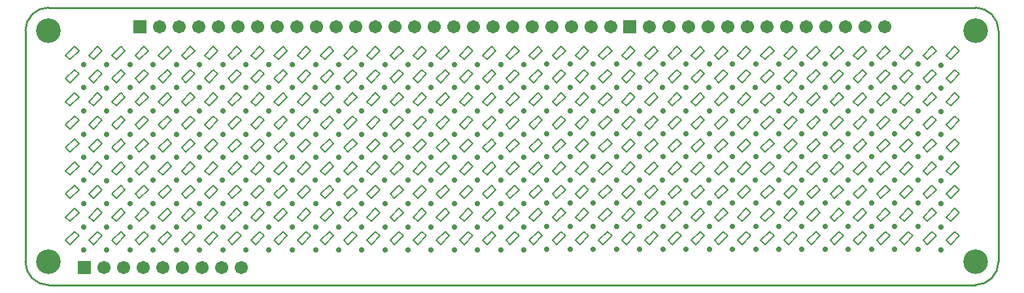
<source format=gbs>
G04*
G04 #@! TF.GenerationSoftware,Altium Limited,Altium Designer,18.1.9 (240)*
G04*
G04 Layer_Color=16711935*
%FSLAX44Y44*%
%MOMM*%
G71*
G01*
G75*
%ADD11C,0.1270*%
%ADD12C,0.2540*%
%ADD15R,1.7032X1.7032*%
%ADD16C,1.7032*%
%ADD17C,0.7032*%
%ADD18C,3.2032*%
D11*
X1567903Y772496D02*
X1579216Y783810D01*
X1562246Y778153D02*
X1573560Y789467D01*
X1562246Y778153D02*
X1567903Y772496D01*
X1573560Y789467D02*
X1579216Y783810D01*
X1537903Y772496D02*
X1549217Y783810D01*
X1532246Y778153D02*
X1543560Y789467D01*
X1532246Y778153D02*
X1537903Y772496D01*
X1543560Y789467D02*
X1549217Y783810D01*
X1507903Y772496D02*
X1519216Y783810D01*
X1502246Y778153D02*
X1513560Y789467D01*
X1502246Y778153D02*
X1507903Y772496D01*
X1513560Y789467D02*
X1519216Y783810D01*
X1477903Y772496D02*
X1489217Y783810D01*
X1472246Y778153D02*
X1483560Y789467D01*
X1472246Y778153D02*
X1477903Y772496D01*
X1483560Y789467D02*
X1489217Y783810D01*
X1447903Y772496D02*
X1459217Y783810D01*
X1442246Y778153D02*
X1453560Y789467D01*
X1442246Y778153D02*
X1447903Y772496D01*
X1453560Y789467D02*
X1459217Y783810D01*
X1417903Y772496D02*
X1429216Y783810D01*
X1412246Y778153D02*
X1423560Y789467D01*
X1412246Y778153D02*
X1417903Y772496D01*
X1423560Y789467D02*
X1429216Y783810D01*
X1387903Y772496D02*
X1399217Y783810D01*
X1382246Y778153D02*
X1393560Y789467D01*
X1382246Y778153D02*
X1387903Y772496D01*
X1393560Y789467D02*
X1399217Y783810D01*
X1357903Y772496D02*
X1369216Y783810D01*
X1352246Y778153D02*
X1363560Y789467D01*
X1352246Y778153D02*
X1357903Y772496D01*
X1363560Y789467D02*
X1369216Y783810D01*
X1327903Y772496D02*
X1339217Y783810D01*
X1322246Y778153D02*
X1333560Y789467D01*
X1322246Y778153D02*
X1327903Y772496D01*
X1333560Y789467D02*
X1339217Y783810D01*
X1297903Y772496D02*
X1309217Y783810D01*
X1292246Y778153D02*
X1303560Y789467D01*
X1292246Y778153D02*
X1297903Y772496D01*
X1303560Y789467D02*
X1309217Y783810D01*
X1267903Y772496D02*
X1279217Y783810D01*
X1262246Y778153D02*
X1273560Y789467D01*
X1262246Y778153D02*
X1267903Y772496D01*
X1273560Y789467D02*
X1279217Y783810D01*
X1237903Y772496D02*
X1249217Y783810D01*
X1232246Y778153D02*
X1243560Y789467D01*
X1232246Y778153D02*
X1237903Y772496D01*
X1243560Y789467D02*
X1249217Y783810D01*
X1207903Y772496D02*
X1219217Y783810D01*
X1202246Y778153D02*
X1213560Y789467D01*
X1202246Y778153D02*
X1207903Y772496D01*
X1213560Y789467D02*
X1219217Y783810D01*
X1177903Y772496D02*
X1189217Y783810D01*
X1172246Y778153D02*
X1183560Y789467D01*
X1172246Y778153D02*
X1177903Y772496D01*
X1183560Y789467D02*
X1189217Y783810D01*
X1147903Y772496D02*
X1159217Y783810D01*
X1142246Y778153D02*
X1153560Y789467D01*
X1142246Y778153D02*
X1147903Y772496D01*
X1153560Y789467D02*
X1159217Y783810D01*
X1117903Y772496D02*
X1129217Y783810D01*
X1112246Y778153D02*
X1123560Y789467D01*
X1112246Y778153D02*
X1117903Y772496D01*
X1123560Y789467D02*
X1129217Y783810D01*
X1087903Y772496D02*
X1099217Y783810D01*
X1082246Y778153D02*
X1093560Y789467D01*
X1082246Y778153D02*
X1087903Y772496D01*
X1093560Y789467D02*
X1099217Y783810D01*
X1057903Y772496D02*
X1069217Y783810D01*
X1052246Y778153D02*
X1063560Y789467D01*
X1052246Y778153D02*
X1057903Y772496D01*
X1063560Y789467D02*
X1069217Y783810D01*
X1027903Y772496D02*
X1039217Y783810D01*
X1022246Y778153D02*
X1033560Y789467D01*
X1022246Y778153D02*
X1027903Y772496D01*
X1033560Y789467D02*
X1039217Y783810D01*
X997903Y772496D02*
X1009217Y783810D01*
X992246Y778153D02*
X1003560Y789467D01*
X992246Y778153D02*
X997903Y772496D01*
X1003560Y789467D02*
X1009217Y783810D01*
X967903Y772496D02*
X979217Y783810D01*
X962246Y778153D02*
X973560Y789467D01*
X962246Y778153D02*
X967903Y772496D01*
X973560Y789467D02*
X979217Y783810D01*
X937903Y772496D02*
X949217Y783810D01*
X932246Y778153D02*
X943560Y789467D01*
X932246Y778153D02*
X937903Y772496D01*
X943560Y789467D02*
X949217Y783810D01*
X907903Y772496D02*
X919217Y783810D01*
X902246Y778153D02*
X913560Y789467D01*
X902246Y778153D02*
X907903Y772496D01*
X913560Y789467D02*
X919217Y783810D01*
X877903Y772496D02*
X889217Y783810D01*
X872246Y778153D02*
X883560Y789467D01*
X872246Y778153D02*
X877903Y772496D01*
X883560Y789467D02*
X889217Y783810D01*
X847903Y772496D02*
X859217Y783810D01*
X842246Y778153D02*
X853560Y789467D01*
X842246Y778153D02*
X847903Y772496D01*
X853560Y789467D02*
X859217Y783810D01*
X817903Y772496D02*
X829217Y783810D01*
X812246Y778153D02*
X823560Y789467D01*
X812246Y778153D02*
X817903Y772496D01*
X823560Y789467D02*
X829217Y783810D01*
X787903Y772496D02*
X799217Y783810D01*
X782246Y778153D02*
X793560Y789467D01*
X782246Y778153D02*
X787903Y772496D01*
X793560Y789467D02*
X799217Y783810D01*
X757903Y772496D02*
X769217Y783810D01*
X752246Y778153D02*
X763560Y789467D01*
X752246Y778153D02*
X757903Y772496D01*
X763560Y789467D02*
X769217Y783810D01*
X727903Y772496D02*
X739217Y783810D01*
X722246Y778153D02*
X733560Y789467D01*
X722246Y778153D02*
X727903Y772496D01*
X733560Y789467D02*
X739217Y783810D01*
X697903Y772496D02*
X709217Y783810D01*
X692246Y778153D02*
X703560Y789467D01*
X692246Y778153D02*
X697903Y772496D01*
X703560Y789467D02*
X709217Y783810D01*
X667903Y772496D02*
X679217Y783810D01*
X662246Y778153D02*
X673560Y789467D01*
X662246Y778153D02*
X667903Y772496D01*
X673560Y789467D02*
X679217Y783810D01*
X637903Y772496D02*
X649217Y783810D01*
X632246Y778153D02*
X643560Y789467D01*
X632246Y778153D02*
X637903Y772496D01*
X643560Y789467D02*
X649217Y783810D01*
X607903Y772496D02*
X619217Y783810D01*
X602246Y778153D02*
X613560Y789467D01*
X602246Y778153D02*
X607903Y772496D01*
X613560Y789467D02*
X619217Y783810D01*
X577903Y772496D02*
X589217Y783810D01*
X572246Y778153D02*
X583560Y789467D01*
X572246Y778153D02*
X577903Y772496D01*
X583560Y789467D02*
X589217Y783810D01*
X547903Y772496D02*
X559217Y783810D01*
X542246Y778153D02*
X553560Y789467D01*
X542246Y778153D02*
X547903Y772496D01*
X553560Y789467D02*
X559217Y783810D01*
X517903Y772496D02*
X529217Y783810D01*
X512246Y778153D02*
X523560Y789467D01*
X512246Y778153D02*
X517903Y772496D01*
X523560Y789467D02*
X529217Y783810D01*
X487903Y772496D02*
X499217Y783810D01*
X482246Y778153D02*
X493560Y789467D01*
X482246Y778153D02*
X487903Y772496D01*
X493560Y789467D02*
X499217Y783810D01*
X457903Y772496D02*
X469217Y783810D01*
X452246Y778153D02*
X463560Y789467D01*
X452246Y778153D02*
X457903Y772496D01*
X463560Y789467D02*
X469217Y783810D01*
X427903Y772496D02*
X439217Y783810D01*
X422246Y778153D02*
X433560Y789467D01*
X422246Y778153D02*
X427903Y772496D01*
X433560Y789467D02*
X439217Y783810D01*
X1567903Y802496D02*
X1579216Y813810D01*
X1562246Y808153D02*
X1573560Y819467D01*
X1562246Y808153D02*
X1567903Y802496D01*
X1573560Y819467D02*
X1579216Y813810D01*
X1537903Y802496D02*
X1549217Y813810D01*
X1532246Y808153D02*
X1543560Y819467D01*
X1532246Y808153D02*
X1537903Y802496D01*
X1543560Y819467D02*
X1549217Y813810D01*
X1507903Y802496D02*
X1519216Y813810D01*
X1502246Y808153D02*
X1513560Y819467D01*
X1502246Y808153D02*
X1507903Y802496D01*
X1513560Y819467D02*
X1519216Y813810D01*
X1477903Y802496D02*
X1489217Y813810D01*
X1472246Y808153D02*
X1483560Y819467D01*
X1472246Y808153D02*
X1477903Y802496D01*
X1483560Y819467D02*
X1489217Y813810D01*
X1447903Y802496D02*
X1459217Y813810D01*
X1442246Y808153D02*
X1453560Y819467D01*
X1442246Y808153D02*
X1447903Y802496D01*
X1453560Y819467D02*
X1459217Y813810D01*
X1417903Y802496D02*
X1429216Y813810D01*
X1412246Y808153D02*
X1423560Y819467D01*
X1412246Y808153D02*
X1417903Y802496D01*
X1423560Y819467D02*
X1429216Y813810D01*
X1387903Y802496D02*
X1399217Y813810D01*
X1382246Y808153D02*
X1393560Y819467D01*
X1382246Y808153D02*
X1387903Y802496D01*
X1393560Y819467D02*
X1399217Y813810D01*
X1357903Y802496D02*
X1369216Y813810D01*
X1352246Y808153D02*
X1363560Y819467D01*
X1352246Y808153D02*
X1357903Y802496D01*
X1363560Y819467D02*
X1369216Y813810D01*
X1327903Y802496D02*
X1339217Y813810D01*
X1322246Y808153D02*
X1333560Y819467D01*
X1322246Y808153D02*
X1327903Y802496D01*
X1333560Y819467D02*
X1339217Y813810D01*
X1297903Y802496D02*
X1309217Y813810D01*
X1292246Y808153D02*
X1303560Y819467D01*
X1292246Y808153D02*
X1297903Y802496D01*
X1303560Y819467D02*
X1309217Y813810D01*
X1267903Y802496D02*
X1279217Y813810D01*
X1262246Y808153D02*
X1273560Y819467D01*
X1262246Y808153D02*
X1267903Y802496D01*
X1273560Y819467D02*
X1279217Y813810D01*
X1237903Y802496D02*
X1249217Y813810D01*
X1232246Y808153D02*
X1243560Y819467D01*
X1232246Y808153D02*
X1237903Y802496D01*
X1243560Y819467D02*
X1249217Y813810D01*
X1207903Y802496D02*
X1219217Y813810D01*
X1202246Y808153D02*
X1213560Y819467D01*
X1202246Y808153D02*
X1207903Y802496D01*
X1213560Y819467D02*
X1219217Y813810D01*
X1177903Y802496D02*
X1189217Y813810D01*
X1172246Y808153D02*
X1183560Y819467D01*
X1172246Y808153D02*
X1177903Y802496D01*
X1183560Y819467D02*
X1189217Y813810D01*
X1147903Y802496D02*
X1159217Y813810D01*
X1142246Y808153D02*
X1153560Y819467D01*
X1142246Y808153D02*
X1147903Y802496D01*
X1153560Y819467D02*
X1159217Y813810D01*
X1117903Y802496D02*
X1129217Y813810D01*
X1112246Y808153D02*
X1123560Y819467D01*
X1112246Y808153D02*
X1117903Y802496D01*
X1123560Y819467D02*
X1129217Y813810D01*
X1087903Y802496D02*
X1099217Y813810D01*
X1082246Y808153D02*
X1093560Y819467D01*
X1082246Y808153D02*
X1087903Y802496D01*
X1093560Y819467D02*
X1099217Y813810D01*
X1057903Y802496D02*
X1069217Y813810D01*
X1052246Y808153D02*
X1063560Y819467D01*
X1052246Y808153D02*
X1057903Y802496D01*
X1063560Y819467D02*
X1069217Y813810D01*
X1027903Y802496D02*
X1039217Y813810D01*
X1022246Y808153D02*
X1033560Y819467D01*
X1022246Y808153D02*
X1027903Y802496D01*
X1033560Y819467D02*
X1039217Y813810D01*
X997903Y802496D02*
X1009217Y813810D01*
X992246Y808153D02*
X1003560Y819467D01*
X992246Y808153D02*
X997903Y802496D01*
X1003560Y819467D02*
X1009217Y813810D01*
X967903Y802496D02*
X979217Y813810D01*
X962246Y808153D02*
X973560Y819467D01*
X962246Y808153D02*
X967903Y802496D01*
X973560Y819467D02*
X979217Y813810D01*
X937903Y802496D02*
X949217Y813810D01*
X932246Y808153D02*
X943560Y819467D01*
X932246Y808153D02*
X937903Y802496D01*
X943560Y819467D02*
X949217Y813810D01*
X907903Y802496D02*
X919217Y813810D01*
X902246Y808153D02*
X913560Y819467D01*
X902246Y808153D02*
X907903Y802496D01*
X913560Y819467D02*
X919217Y813810D01*
X877903Y802496D02*
X889217Y813810D01*
X872246Y808153D02*
X883560Y819467D01*
X872246Y808153D02*
X877903Y802496D01*
X883560Y819467D02*
X889217Y813810D01*
X847903Y802496D02*
X859217Y813810D01*
X842246Y808153D02*
X853560Y819467D01*
X842246Y808153D02*
X847903Y802496D01*
X853560Y819467D02*
X859217Y813810D01*
X817903Y802496D02*
X829217Y813810D01*
X812246Y808153D02*
X823560Y819467D01*
X812246Y808153D02*
X817903Y802496D01*
X823560Y819467D02*
X829217Y813810D01*
X787903Y802496D02*
X799217Y813810D01*
X782246Y808153D02*
X793560Y819467D01*
X782246Y808153D02*
X787903Y802496D01*
X793560Y819467D02*
X799217Y813810D01*
X757903Y802496D02*
X769217Y813810D01*
X752246Y808153D02*
X763560Y819467D01*
X752246Y808153D02*
X757903Y802496D01*
X763560Y819467D02*
X769217Y813810D01*
X727903Y802496D02*
X739217Y813810D01*
X722246Y808153D02*
X733560Y819467D01*
X722246Y808153D02*
X727903Y802496D01*
X733560Y819467D02*
X739217Y813810D01*
X697903Y802496D02*
X709217Y813810D01*
X692246Y808153D02*
X703560Y819467D01*
X692246Y808153D02*
X697903Y802496D01*
X703560Y819467D02*
X709217Y813810D01*
X667903Y802496D02*
X679217Y813810D01*
X662246Y808153D02*
X673560Y819467D01*
X662246Y808153D02*
X667903Y802496D01*
X673560Y819467D02*
X679217Y813810D01*
X637903Y802496D02*
X649217Y813810D01*
X632246Y808153D02*
X643560Y819467D01*
X632246Y808153D02*
X637903Y802496D01*
X643560Y819467D02*
X649217Y813810D01*
X607903Y802496D02*
X619217Y813810D01*
X602246Y808153D02*
X613560Y819467D01*
X602246Y808153D02*
X607903Y802496D01*
X613560Y819467D02*
X619217Y813810D01*
X577903Y802496D02*
X589217Y813810D01*
X572246Y808153D02*
X583560Y819467D01*
X572246Y808153D02*
X577903Y802496D01*
X583560Y819467D02*
X589217Y813810D01*
X547903Y802496D02*
X559217Y813810D01*
X542246Y808153D02*
X553560Y819467D01*
X542246Y808153D02*
X547903Y802496D01*
X553560Y819467D02*
X559217Y813810D01*
X517903Y802496D02*
X529217Y813810D01*
X512246Y808153D02*
X523560Y819467D01*
X512246Y808153D02*
X517903Y802496D01*
X523560Y819467D02*
X529217Y813810D01*
X487903Y802496D02*
X499217Y813810D01*
X482246Y808153D02*
X493560Y819467D01*
X482246Y808153D02*
X487903Y802496D01*
X493560Y819467D02*
X499217Y813810D01*
X457903Y802496D02*
X469217Y813810D01*
X452246Y808153D02*
X463560Y819467D01*
X452246Y808153D02*
X457903Y802496D01*
X463560Y819467D02*
X469217Y813810D01*
X427903Y802496D02*
X439217Y813810D01*
X422246Y808153D02*
X433560Y819467D01*
X422246Y808153D02*
X427903Y802496D01*
X433560Y819467D02*
X439217Y813810D01*
X1567903Y832496D02*
X1579216Y843810D01*
X1562246Y838153D02*
X1573560Y849467D01*
X1562246Y838153D02*
X1567903Y832496D01*
X1573560Y849467D02*
X1579216Y843810D01*
X1537903Y832496D02*
X1549217Y843810D01*
X1532246Y838153D02*
X1543560Y849467D01*
X1532246Y838153D02*
X1537903Y832496D01*
X1543560Y849467D02*
X1549217Y843810D01*
X1507903Y832496D02*
X1519216Y843810D01*
X1502246Y838153D02*
X1513560Y849467D01*
X1502246Y838153D02*
X1507903Y832496D01*
X1513560Y849467D02*
X1519216Y843810D01*
X1477903Y832496D02*
X1489217Y843810D01*
X1472246Y838153D02*
X1483560Y849467D01*
X1472246Y838153D02*
X1477903Y832496D01*
X1483560Y849467D02*
X1489217Y843810D01*
X1447903Y832496D02*
X1459217Y843810D01*
X1442246Y838153D02*
X1453560Y849467D01*
X1442246Y838153D02*
X1447903Y832496D01*
X1453560Y849467D02*
X1459217Y843810D01*
X1417903Y832496D02*
X1429216Y843810D01*
X1412246Y838153D02*
X1423560Y849467D01*
X1412246Y838153D02*
X1417903Y832496D01*
X1423560Y849467D02*
X1429216Y843810D01*
X1387903Y832496D02*
X1399217Y843810D01*
X1382246Y838153D02*
X1393560Y849467D01*
X1382246Y838153D02*
X1387903Y832496D01*
X1393560Y849467D02*
X1399217Y843810D01*
X1357903Y832496D02*
X1369216Y843810D01*
X1352246Y838153D02*
X1363560Y849467D01*
X1352246Y838153D02*
X1357903Y832496D01*
X1363560Y849467D02*
X1369216Y843810D01*
X1327903Y832496D02*
X1339217Y843810D01*
X1322246Y838153D02*
X1333560Y849467D01*
X1322246Y838153D02*
X1327903Y832496D01*
X1333560Y849467D02*
X1339217Y843810D01*
X1297903Y832496D02*
X1309217Y843810D01*
X1292246Y838153D02*
X1303560Y849467D01*
X1292246Y838153D02*
X1297903Y832496D01*
X1303560Y849467D02*
X1309217Y843810D01*
X1267903Y832496D02*
X1279217Y843810D01*
X1262246Y838153D02*
X1273560Y849467D01*
X1262246Y838153D02*
X1267903Y832496D01*
X1273560Y849467D02*
X1279217Y843810D01*
X1237903Y832496D02*
X1249217Y843810D01*
X1232246Y838153D02*
X1243560Y849467D01*
X1232246Y838153D02*
X1237903Y832496D01*
X1243560Y849467D02*
X1249217Y843810D01*
X1207903Y832496D02*
X1219217Y843810D01*
X1202246Y838153D02*
X1213560Y849467D01*
X1202246Y838153D02*
X1207903Y832496D01*
X1213560Y849467D02*
X1219217Y843810D01*
X1177903Y832496D02*
X1189217Y843810D01*
X1172246Y838153D02*
X1183560Y849467D01*
X1172246Y838153D02*
X1177903Y832496D01*
X1183560Y849467D02*
X1189217Y843810D01*
X1147903Y832496D02*
X1159217Y843810D01*
X1142246Y838153D02*
X1153560Y849467D01*
X1142246Y838153D02*
X1147903Y832496D01*
X1153560Y849467D02*
X1159217Y843810D01*
X1117903Y832496D02*
X1129217Y843810D01*
X1112246Y838153D02*
X1123560Y849467D01*
X1112246Y838153D02*
X1117903Y832496D01*
X1123560Y849467D02*
X1129217Y843810D01*
X1087903Y832496D02*
X1099217Y843810D01*
X1082246Y838153D02*
X1093560Y849467D01*
X1082246Y838153D02*
X1087903Y832496D01*
X1093560Y849467D02*
X1099217Y843810D01*
X1057903Y832496D02*
X1069217Y843810D01*
X1052246Y838153D02*
X1063560Y849467D01*
X1052246Y838153D02*
X1057903Y832496D01*
X1063560Y849467D02*
X1069217Y843810D01*
X1027903Y832496D02*
X1039217Y843810D01*
X1022246Y838153D02*
X1033560Y849467D01*
X1022246Y838153D02*
X1027903Y832496D01*
X1033560Y849467D02*
X1039217Y843810D01*
X997903Y832496D02*
X1009217Y843810D01*
X992246Y838153D02*
X1003560Y849467D01*
X992246Y838153D02*
X997903Y832496D01*
X1003560Y849467D02*
X1009217Y843810D01*
X967903Y832496D02*
X979217Y843810D01*
X962246Y838153D02*
X973560Y849467D01*
X962246Y838153D02*
X967903Y832496D01*
X973560Y849467D02*
X979217Y843810D01*
X937903Y832496D02*
X949217Y843810D01*
X932246Y838153D02*
X943560Y849467D01*
X932246Y838153D02*
X937903Y832496D01*
X943560Y849467D02*
X949217Y843810D01*
X907903Y832496D02*
X919217Y843810D01*
X902246Y838153D02*
X913560Y849467D01*
X902246Y838153D02*
X907903Y832496D01*
X913560Y849467D02*
X919217Y843810D01*
X877903Y832496D02*
X889217Y843810D01*
X872246Y838153D02*
X883560Y849467D01*
X872246Y838153D02*
X877903Y832496D01*
X883560Y849467D02*
X889217Y843810D01*
X847903Y832496D02*
X859217Y843810D01*
X842246Y838153D02*
X853560Y849467D01*
X842246Y838153D02*
X847903Y832496D01*
X853560Y849467D02*
X859217Y843810D01*
X817903Y832496D02*
X829217Y843810D01*
X812246Y838153D02*
X823560Y849467D01*
X812246Y838153D02*
X817903Y832496D01*
X823560Y849467D02*
X829217Y843810D01*
X787903Y832496D02*
X799217Y843810D01*
X782246Y838153D02*
X793560Y849467D01*
X782246Y838153D02*
X787903Y832496D01*
X793560Y849467D02*
X799217Y843810D01*
X757903Y832496D02*
X769217Y843810D01*
X752246Y838153D02*
X763560Y849467D01*
X752246Y838153D02*
X757903Y832496D01*
X763560Y849467D02*
X769217Y843810D01*
X727903Y832496D02*
X739217Y843810D01*
X722246Y838153D02*
X733560Y849467D01*
X722246Y838153D02*
X727903Y832496D01*
X733560Y849467D02*
X739217Y843810D01*
X697903Y832496D02*
X709217Y843810D01*
X692246Y838153D02*
X703560Y849467D01*
X692246Y838153D02*
X697903Y832496D01*
X703560Y849467D02*
X709217Y843810D01*
X667903Y832496D02*
X679217Y843810D01*
X662246Y838153D02*
X673560Y849467D01*
X662246Y838153D02*
X667903Y832496D01*
X673560Y849467D02*
X679217Y843810D01*
X637903Y832496D02*
X649217Y843810D01*
X632246Y838153D02*
X643560Y849467D01*
X632246Y838153D02*
X637903Y832496D01*
X643560Y849467D02*
X649217Y843810D01*
X607903Y832496D02*
X619217Y843810D01*
X602246Y838153D02*
X613560Y849467D01*
X602246Y838153D02*
X607903Y832496D01*
X613560Y849467D02*
X619217Y843810D01*
X577903Y832496D02*
X589217Y843810D01*
X572246Y838153D02*
X583560Y849467D01*
X572246Y838153D02*
X577903Y832496D01*
X583560Y849467D02*
X589217Y843810D01*
X547903Y832496D02*
X559217Y843810D01*
X542246Y838153D02*
X553560Y849467D01*
X542246Y838153D02*
X547903Y832496D01*
X553560Y849467D02*
X559217Y843810D01*
X517903Y832496D02*
X529217Y843810D01*
X512246Y838153D02*
X523560Y849467D01*
X512246Y838153D02*
X517903Y832496D01*
X523560Y849467D02*
X529217Y843810D01*
X487903Y832496D02*
X499217Y843810D01*
X482246Y838153D02*
X493560Y849467D01*
X482246Y838153D02*
X487903Y832496D01*
X493560Y849467D02*
X499217Y843810D01*
X457903Y832496D02*
X469217Y843810D01*
X452246Y838153D02*
X463560Y849467D01*
X452246Y838153D02*
X457903Y832496D01*
X463560Y849467D02*
X469217Y843810D01*
X427903Y832496D02*
X439217Y843810D01*
X422246Y838153D02*
X433560Y849467D01*
X422246Y838153D02*
X427903Y832496D01*
X433560Y849467D02*
X439217Y843810D01*
X1567903Y862496D02*
X1579216Y873810D01*
X1562246Y868153D02*
X1573560Y879467D01*
X1562246Y868153D02*
X1567903Y862496D01*
X1573560Y879467D02*
X1579216Y873810D01*
X1537903Y862496D02*
X1549217Y873810D01*
X1532246Y868153D02*
X1543560Y879467D01*
X1532246Y868153D02*
X1537903Y862496D01*
X1543560Y879467D02*
X1549217Y873810D01*
X1507903Y862496D02*
X1519216Y873810D01*
X1502246Y868153D02*
X1513560Y879467D01*
X1502246Y868153D02*
X1507903Y862496D01*
X1513560Y879467D02*
X1519216Y873810D01*
X1477903Y862496D02*
X1489217Y873810D01*
X1472246Y868153D02*
X1483560Y879467D01*
X1472246Y868153D02*
X1477903Y862496D01*
X1483560Y879467D02*
X1489217Y873810D01*
X1447903Y862496D02*
X1459217Y873810D01*
X1442246Y868153D02*
X1453560Y879467D01*
X1442246Y868153D02*
X1447903Y862496D01*
X1453560Y879467D02*
X1459217Y873810D01*
X1417903Y862496D02*
X1429216Y873810D01*
X1412246Y868153D02*
X1423560Y879467D01*
X1412246Y868153D02*
X1417903Y862496D01*
X1423560Y879467D02*
X1429216Y873810D01*
X1387903Y862496D02*
X1399217Y873810D01*
X1382246Y868153D02*
X1393560Y879467D01*
X1382246Y868153D02*
X1387903Y862496D01*
X1393560Y879467D02*
X1399217Y873810D01*
X1357903Y862496D02*
X1369216Y873810D01*
X1352246Y868153D02*
X1363560Y879467D01*
X1352246Y868153D02*
X1357903Y862496D01*
X1363560Y879467D02*
X1369216Y873810D01*
X1327903Y862496D02*
X1339217Y873810D01*
X1322246Y868153D02*
X1333560Y879467D01*
X1322246Y868153D02*
X1327903Y862496D01*
X1333560Y879467D02*
X1339217Y873810D01*
X1297903Y862496D02*
X1309217Y873810D01*
X1292246Y868153D02*
X1303560Y879467D01*
X1292246Y868153D02*
X1297903Y862496D01*
X1303560Y879467D02*
X1309217Y873810D01*
X1267903Y862496D02*
X1279217Y873810D01*
X1262246Y868153D02*
X1273560Y879467D01*
X1262246Y868153D02*
X1267903Y862496D01*
X1273560Y879467D02*
X1279217Y873810D01*
X1237903Y862496D02*
X1249217Y873810D01*
X1232246Y868153D02*
X1243560Y879467D01*
X1232246Y868153D02*
X1237903Y862496D01*
X1243560Y879467D02*
X1249217Y873810D01*
X1207903Y862496D02*
X1219217Y873810D01*
X1202246Y868153D02*
X1213560Y879467D01*
X1202246Y868153D02*
X1207903Y862496D01*
X1213560Y879467D02*
X1219217Y873810D01*
X1177903Y862496D02*
X1189217Y873810D01*
X1172246Y868153D02*
X1183560Y879467D01*
X1172246Y868153D02*
X1177903Y862496D01*
X1183560Y879467D02*
X1189217Y873810D01*
X1147903Y862496D02*
X1159217Y873810D01*
X1142246Y868153D02*
X1153560Y879467D01*
X1142246Y868153D02*
X1147903Y862496D01*
X1153560Y879467D02*
X1159217Y873810D01*
X1117903Y862496D02*
X1129217Y873810D01*
X1112246Y868153D02*
X1123560Y879467D01*
X1112246Y868153D02*
X1117903Y862496D01*
X1123560Y879467D02*
X1129217Y873810D01*
X1087903Y862496D02*
X1099217Y873810D01*
X1082246Y868153D02*
X1093560Y879467D01*
X1082246Y868153D02*
X1087903Y862496D01*
X1093560Y879467D02*
X1099217Y873810D01*
X1057903Y862496D02*
X1069217Y873810D01*
X1052246Y868153D02*
X1063560Y879467D01*
X1052246Y868153D02*
X1057903Y862496D01*
X1063560Y879467D02*
X1069217Y873810D01*
X1027903Y862496D02*
X1039217Y873810D01*
X1022246Y868153D02*
X1033560Y879467D01*
X1022246Y868153D02*
X1027903Y862496D01*
X1033560Y879467D02*
X1039217Y873810D01*
X997903Y862496D02*
X1009217Y873810D01*
X992246Y868153D02*
X1003560Y879467D01*
X992246Y868153D02*
X997903Y862496D01*
X1003560Y879467D02*
X1009217Y873810D01*
X967903Y862496D02*
X979217Y873810D01*
X962246Y868153D02*
X973560Y879467D01*
X962246Y868153D02*
X967903Y862496D01*
X973560Y879467D02*
X979217Y873810D01*
X937903Y862496D02*
X949217Y873810D01*
X932246Y868153D02*
X943560Y879467D01*
X932246Y868153D02*
X937903Y862496D01*
X943560Y879467D02*
X949217Y873810D01*
X907903Y862496D02*
X919217Y873810D01*
X902246Y868153D02*
X913560Y879467D01*
X902246Y868153D02*
X907903Y862496D01*
X913560Y879467D02*
X919217Y873810D01*
X877903Y862496D02*
X889217Y873810D01*
X872246Y868153D02*
X883560Y879467D01*
X872246Y868153D02*
X877903Y862496D01*
X883560Y879467D02*
X889217Y873810D01*
X847903Y862496D02*
X859217Y873810D01*
X842246Y868153D02*
X853560Y879467D01*
X842246Y868153D02*
X847903Y862496D01*
X853560Y879467D02*
X859217Y873810D01*
X817903Y862496D02*
X829217Y873810D01*
X812246Y868153D02*
X823560Y879467D01*
X812246Y868153D02*
X817903Y862496D01*
X823560Y879467D02*
X829217Y873810D01*
X787903Y862496D02*
X799217Y873810D01*
X782246Y868153D02*
X793560Y879467D01*
X782246Y868153D02*
X787903Y862496D01*
X793560Y879467D02*
X799217Y873810D01*
X757903Y862496D02*
X769217Y873810D01*
X752246Y868153D02*
X763560Y879467D01*
X752246Y868153D02*
X757903Y862496D01*
X763560Y879467D02*
X769217Y873810D01*
X727903Y862496D02*
X739217Y873810D01*
X722246Y868153D02*
X733560Y879467D01*
X722246Y868153D02*
X727903Y862496D01*
X733560Y879467D02*
X739217Y873810D01*
X697903Y862496D02*
X709217Y873810D01*
X692246Y868153D02*
X703560Y879467D01*
X692246Y868153D02*
X697903Y862496D01*
X703560Y879467D02*
X709217Y873810D01*
X667903Y862496D02*
X679217Y873810D01*
X662246Y868153D02*
X673560Y879467D01*
X662246Y868153D02*
X667903Y862496D01*
X673560Y879467D02*
X679217Y873810D01*
X637903Y862496D02*
X649217Y873810D01*
X632246Y868153D02*
X643560Y879467D01*
X632246Y868153D02*
X637903Y862496D01*
X643560Y879467D02*
X649217Y873810D01*
X607903Y862496D02*
X619217Y873810D01*
X602246Y868153D02*
X613560Y879467D01*
X602246Y868153D02*
X607903Y862496D01*
X613560Y879467D02*
X619217Y873810D01*
X577903Y862496D02*
X589217Y873810D01*
X572246Y868153D02*
X583560Y879467D01*
X572246Y868153D02*
X577903Y862496D01*
X583560Y879467D02*
X589217Y873810D01*
X547903Y862496D02*
X559217Y873810D01*
X542246Y868153D02*
X553560Y879467D01*
X542246Y868153D02*
X547903Y862496D01*
X553560Y879467D02*
X559217Y873810D01*
X517903Y862496D02*
X529217Y873810D01*
X512246Y868153D02*
X523560Y879467D01*
X512246Y868153D02*
X517903Y862496D01*
X523560Y879467D02*
X529217Y873810D01*
X487903Y862496D02*
X499217Y873810D01*
X482246Y868153D02*
X493560Y879467D01*
X482246Y868153D02*
X487903Y862496D01*
X493560Y879467D02*
X499217Y873810D01*
X457903Y862496D02*
X469217Y873810D01*
X452246Y868153D02*
X463560Y879467D01*
X452246Y868153D02*
X457903Y862496D01*
X463560Y879467D02*
X469217Y873810D01*
X427903Y862496D02*
X439217Y873810D01*
X422246Y868153D02*
X433560Y879467D01*
X422246Y868153D02*
X427903Y862496D01*
X433560Y879467D02*
X439217Y873810D01*
X1567903Y892496D02*
X1579216Y903810D01*
X1562246Y898153D02*
X1573560Y909467D01*
X1562246Y898153D02*
X1567903Y892496D01*
X1573560Y909467D02*
X1579216Y903810D01*
X1537903Y892496D02*
X1549217Y903810D01*
X1532246Y898153D02*
X1543560Y909467D01*
X1532246Y898153D02*
X1537903Y892496D01*
X1543560Y909467D02*
X1549217Y903810D01*
X1507903Y892496D02*
X1519216Y903810D01*
X1502246Y898153D02*
X1513560Y909467D01*
X1502246Y898153D02*
X1507903Y892496D01*
X1513560Y909467D02*
X1519216Y903810D01*
X1477903Y892496D02*
X1489217Y903810D01*
X1472246Y898153D02*
X1483560Y909467D01*
X1472246Y898153D02*
X1477903Y892496D01*
X1483560Y909467D02*
X1489217Y903810D01*
X1447903Y892496D02*
X1459217Y903810D01*
X1442246Y898153D02*
X1453560Y909467D01*
X1442246Y898153D02*
X1447903Y892496D01*
X1453560Y909467D02*
X1459217Y903810D01*
X1417903Y892496D02*
X1429216Y903810D01*
X1412246Y898153D02*
X1423560Y909467D01*
X1412246Y898153D02*
X1417903Y892496D01*
X1423560Y909467D02*
X1429216Y903810D01*
X1387903Y892496D02*
X1399217Y903810D01*
X1382246Y898153D02*
X1393560Y909467D01*
X1382246Y898153D02*
X1387903Y892496D01*
X1393560Y909467D02*
X1399217Y903810D01*
X1357903Y892496D02*
X1369216Y903810D01*
X1352246Y898153D02*
X1363560Y909467D01*
X1352246Y898153D02*
X1357903Y892496D01*
X1363560Y909467D02*
X1369216Y903810D01*
X1327903Y892496D02*
X1339217Y903810D01*
X1322246Y898153D02*
X1333560Y909467D01*
X1322246Y898153D02*
X1327903Y892496D01*
X1333560Y909467D02*
X1339217Y903810D01*
X1297903Y892496D02*
X1309217Y903810D01*
X1292246Y898153D02*
X1303560Y909467D01*
X1292246Y898153D02*
X1297903Y892496D01*
X1303560Y909467D02*
X1309217Y903810D01*
X1267903Y892496D02*
X1279217Y903810D01*
X1262246Y898153D02*
X1273560Y909467D01*
X1262246Y898153D02*
X1267903Y892496D01*
X1273560Y909467D02*
X1279217Y903810D01*
X1237903Y892496D02*
X1249217Y903810D01*
X1232246Y898153D02*
X1243560Y909467D01*
X1232246Y898153D02*
X1237903Y892496D01*
X1243560Y909467D02*
X1249217Y903810D01*
X1207903Y892496D02*
X1219217Y903810D01*
X1202246Y898153D02*
X1213560Y909467D01*
X1202246Y898153D02*
X1207903Y892496D01*
X1213560Y909467D02*
X1219217Y903810D01*
X1177903Y892496D02*
X1189217Y903810D01*
X1172246Y898153D02*
X1183560Y909467D01*
X1172246Y898153D02*
X1177903Y892496D01*
X1183560Y909467D02*
X1189217Y903810D01*
X1147903Y892496D02*
X1159217Y903810D01*
X1142246Y898153D02*
X1153560Y909467D01*
X1142246Y898153D02*
X1147903Y892496D01*
X1153560Y909467D02*
X1159217Y903810D01*
X1117903Y892496D02*
X1129217Y903810D01*
X1112246Y898153D02*
X1123560Y909467D01*
X1112246Y898153D02*
X1117903Y892496D01*
X1123560Y909467D02*
X1129217Y903810D01*
X1087903Y892496D02*
X1099217Y903810D01*
X1082246Y898153D02*
X1093560Y909467D01*
X1082246Y898153D02*
X1087903Y892496D01*
X1093560Y909467D02*
X1099217Y903810D01*
X1057903Y892496D02*
X1069217Y903810D01*
X1052246Y898153D02*
X1063560Y909467D01*
X1052246Y898153D02*
X1057903Y892496D01*
X1063560Y909467D02*
X1069217Y903810D01*
X1027903Y892496D02*
X1039217Y903810D01*
X1022246Y898153D02*
X1033560Y909467D01*
X1022246Y898153D02*
X1027903Y892496D01*
X1033560Y909467D02*
X1039217Y903810D01*
X997903Y892496D02*
X1009217Y903810D01*
X992246Y898153D02*
X1003560Y909467D01*
X992246Y898153D02*
X997903Y892496D01*
X1003560Y909467D02*
X1009217Y903810D01*
X967903Y892496D02*
X979217Y903810D01*
X962246Y898153D02*
X973560Y909467D01*
X962246Y898153D02*
X967903Y892496D01*
X973560Y909467D02*
X979217Y903810D01*
X937903Y892496D02*
X949217Y903810D01*
X932246Y898153D02*
X943560Y909467D01*
X932246Y898153D02*
X937903Y892496D01*
X943560Y909467D02*
X949217Y903810D01*
X907903Y892496D02*
X919217Y903810D01*
X902246Y898153D02*
X913560Y909467D01*
X902246Y898153D02*
X907903Y892496D01*
X913560Y909467D02*
X919217Y903810D01*
X877903Y892496D02*
X889217Y903810D01*
X872246Y898153D02*
X883560Y909467D01*
X872246Y898153D02*
X877903Y892496D01*
X883560Y909467D02*
X889217Y903810D01*
X847903Y892496D02*
X859217Y903810D01*
X842246Y898153D02*
X853560Y909467D01*
X842246Y898153D02*
X847903Y892496D01*
X853560Y909467D02*
X859217Y903810D01*
X817903Y892496D02*
X829217Y903810D01*
X812246Y898153D02*
X823560Y909467D01*
X812246Y898153D02*
X817903Y892496D01*
X823560Y909467D02*
X829217Y903810D01*
X787903Y892496D02*
X799217Y903810D01*
X782246Y898153D02*
X793560Y909467D01*
X782246Y898153D02*
X787903Y892496D01*
X793560Y909467D02*
X799217Y903810D01*
X757903Y892496D02*
X769217Y903810D01*
X752246Y898153D02*
X763560Y909467D01*
X752246Y898153D02*
X757903Y892496D01*
X763560Y909467D02*
X769217Y903810D01*
X727903Y892496D02*
X739217Y903810D01*
X722246Y898153D02*
X733560Y909467D01*
X722246Y898153D02*
X727903Y892496D01*
X733560Y909467D02*
X739217Y903810D01*
X697903Y892496D02*
X709217Y903810D01*
X692246Y898153D02*
X703560Y909467D01*
X692246Y898153D02*
X697903Y892496D01*
X703560Y909467D02*
X709217Y903810D01*
X667903Y892496D02*
X679217Y903810D01*
X662246Y898153D02*
X673560Y909467D01*
X662246Y898153D02*
X667903Y892496D01*
X673560Y909467D02*
X679217Y903810D01*
X637903Y892496D02*
X649217Y903810D01*
X632246Y898153D02*
X643560Y909467D01*
X632246Y898153D02*
X637903Y892496D01*
X643560Y909467D02*
X649217Y903810D01*
X607903Y892496D02*
X619217Y903810D01*
X602246Y898153D02*
X613560Y909467D01*
X602246Y898153D02*
X607903Y892496D01*
X613560Y909467D02*
X619217Y903810D01*
X577903Y892496D02*
X589217Y903810D01*
X572246Y898153D02*
X583560Y909467D01*
X572246Y898153D02*
X577903Y892496D01*
X583560Y909467D02*
X589217Y903810D01*
X547903Y892496D02*
X559217Y903810D01*
X542246Y898153D02*
X553560Y909467D01*
X542246Y898153D02*
X547903Y892496D01*
X553560Y909467D02*
X559217Y903810D01*
X517903Y892496D02*
X529217Y903810D01*
X512246Y898153D02*
X523560Y909467D01*
X512246Y898153D02*
X517903Y892496D01*
X523560Y909467D02*
X529217Y903810D01*
X487903Y892496D02*
X499217Y903810D01*
X482246Y898153D02*
X493560Y909467D01*
X482246Y898153D02*
X487903Y892496D01*
X493560Y909467D02*
X499217Y903810D01*
X457903Y892496D02*
X469217Y903810D01*
X452246Y898153D02*
X463560Y909467D01*
X452246Y898153D02*
X457903Y892496D01*
X463560Y909467D02*
X469217Y903810D01*
X427903Y892496D02*
X439217Y903810D01*
X422246Y898153D02*
X433560Y909467D01*
X422246Y898153D02*
X427903Y892496D01*
X433560Y909467D02*
X439217Y903810D01*
X1567903Y922496D02*
X1579216Y933810D01*
X1562246Y928153D02*
X1573560Y939467D01*
X1562246Y928153D02*
X1567903Y922496D01*
X1573560Y939467D02*
X1579216Y933810D01*
X1537903Y922496D02*
X1549217Y933810D01*
X1532246Y928153D02*
X1543560Y939467D01*
X1532246Y928153D02*
X1537903Y922496D01*
X1543560Y939467D02*
X1549217Y933810D01*
X1507903Y922496D02*
X1519216Y933810D01*
X1502246Y928153D02*
X1513560Y939467D01*
X1502246Y928153D02*
X1507903Y922496D01*
X1513560Y939467D02*
X1519216Y933810D01*
X1477903Y922496D02*
X1489217Y933810D01*
X1472246Y928153D02*
X1483560Y939467D01*
X1472246Y928153D02*
X1477903Y922496D01*
X1483560Y939467D02*
X1489217Y933810D01*
X1447903Y922496D02*
X1459217Y933810D01*
X1442246Y928153D02*
X1453560Y939467D01*
X1442246Y928153D02*
X1447903Y922496D01*
X1453560Y939467D02*
X1459217Y933810D01*
X1417903Y922496D02*
X1429216Y933810D01*
X1412246Y928153D02*
X1423560Y939467D01*
X1412246Y928153D02*
X1417903Y922496D01*
X1423560Y939467D02*
X1429216Y933810D01*
X1387903Y922496D02*
X1399217Y933810D01*
X1382246Y928153D02*
X1393560Y939467D01*
X1382246Y928153D02*
X1387903Y922496D01*
X1393560Y939467D02*
X1399217Y933810D01*
X1357903Y922496D02*
X1369216Y933810D01*
X1352246Y928153D02*
X1363560Y939467D01*
X1352246Y928153D02*
X1357903Y922496D01*
X1363560Y939467D02*
X1369216Y933810D01*
X1327903Y922496D02*
X1339217Y933810D01*
X1322246Y928153D02*
X1333560Y939467D01*
X1322246Y928153D02*
X1327903Y922496D01*
X1333560Y939467D02*
X1339217Y933810D01*
X1297903Y922496D02*
X1309217Y933810D01*
X1292246Y928153D02*
X1303560Y939467D01*
X1292246Y928153D02*
X1297903Y922496D01*
X1303560Y939467D02*
X1309217Y933810D01*
X1267903Y922496D02*
X1279217Y933810D01*
X1262246Y928153D02*
X1273560Y939467D01*
X1262246Y928153D02*
X1267903Y922496D01*
X1273560Y939467D02*
X1279217Y933810D01*
X1237903Y922496D02*
X1249217Y933810D01*
X1232246Y928153D02*
X1243560Y939467D01*
X1232246Y928153D02*
X1237903Y922496D01*
X1243560Y939467D02*
X1249217Y933810D01*
X1207903Y922496D02*
X1219217Y933810D01*
X1202246Y928153D02*
X1213560Y939467D01*
X1202246Y928153D02*
X1207903Y922496D01*
X1213560Y939467D02*
X1219217Y933810D01*
X1177903Y922496D02*
X1189217Y933810D01*
X1172246Y928153D02*
X1183560Y939467D01*
X1172246Y928153D02*
X1177903Y922496D01*
X1183560Y939467D02*
X1189217Y933810D01*
X1147903Y922496D02*
X1159217Y933810D01*
X1142246Y928153D02*
X1153560Y939467D01*
X1142246Y928153D02*
X1147903Y922496D01*
X1153560Y939467D02*
X1159217Y933810D01*
X1117903Y922496D02*
X1129217Y933810D01*
X1112246Y928153D02*
X1123560Y939467D01*
X1112246Y928153D02*
X1117903Y922496D01*
X1123560Y939467D02*
X1129217Y933810D01*
X1087903Y922496D02*
X1099217Y933810D01*
X1082246Y928153D02*
X1093560Y939467D01*
X1082246Y928153D02*
X1087903Y922496D01*
X1093560Y939467D02*
X1099217Y933810D01*
X1057903Y922496D02*
X1069217Y933810D01*
X1052246Y928153D02*
X1063560Y939467D01*
X1052246Y928153D02*
X1057903Y922496D01*
X1063560Y939467D02*
X1069217Y933810D01*
X1027903Y922496D02*
X1039217Y933810D01*
X1022246Y928153D02*
X1033560Y939467D01*
X1022246Y928153D02*
X1027903Y922496D01*
X1033560Y939467D02*
X1039217Y933810D01*
X997903Y922496D02*
X1009217Y933810D01*
X992246Y928153D02*
X1003560Y939467D01*
X992246Y928153D02*
X997903Y922496D01*
X1003560Y939467D02*
X1009217Y933810D01*
X967903Y922496D02*
X979217Y933810D01*
X962246Y928153D02*
X973560Y939467D01*
X962246Y928153D02*
X967903Y922496D01*
X973560Y939467D02*
X979217Y933810D01*
X937903Y922496D02*
X949217Y933810D01*
X932246Y928153D02*
X943560Y939467D01*
X932246Y928153D02*
X937903Y922496D01*
X943560Y939467D02*
X949217Y933810D01*
X907903Y922496D02*
X919217Y933810D01*
X902246Y928153D02*
X913560Y939467D01*
X902246Y928153D02*
X907903Y922496D01*
X913560Y939467D02*
X919217Y933810D01*
X877903Y922496D02*
X889217Y933810D01*
X872246Y928153D02*
X883560Y939467D01*
X872246Y928153D02*
X877903Y922496D01*
X883560Y939467D02*
X889217Y933810D01*
X847903Y922496D02*
X859217Y933810D01*
X842246Y928153D02*
X853560Y939467D01*
X842246Y928153D02*
X847903Y922496D01*
X853560Y939467D02*
X859217Y933810D01*
X817903Y922496D02*
X829217Y933810D01*
X812246Y928153D02*
X823560Y939467D01*
X812246Y928153D02*
X817903Y922496D01*
X823560Y939467D02*
X829217Y933810D01*
X787903Y922496D02*
X799217Y933810D01*
X782246Y928153D02*
X793560Y939467D01*
X782246Y928153D02*
X787903Y922496D01*
X793560Y939467D02*
X799217Y933810D01*
X757903Y922496D02*
X769217Y933810D01*
X752246Y928153D02*
X763560Y939467D01*
X752246Y928153D02*
X757903Y922496D01*
X763560Y939467D02*
X769217Y933810D01*
X727903Y922496D02*
X739217Y933810D01*
X722246Y928153D02*
X733560Y939467D01*
X722246Y928153D02*
X727903Y922496D01*
X733560Y939467D02*
X739217Y933810D01*
X697903Y922496D02*
X709217Y933810D01*
X692246Y928153D02*
X703560Y939467D01*
X692246Y928153D02*
X697903Y922496D01*
X703560Y939467D02*
X709217Y933810D01*
X667903Y922496D02*
X679217Y933810D01*
X662246Y928153D02*
X673560Y939467D01*
X662246Y928153D02*
X667903Y922496D01*
X673560Y939467D02*
X679217Y933810D01*
X637903Y922496D02*
X649217Y933810D01*
X632246Y928153D02*
X643560Y939467D01*
X632246Y928153D02*
X637903Y922496D01*
X643560Y939467D02*
X649217Y933810D01*
X607903Y922496D02*
X619217Y933810D01*
X602246Y928153D02*
X613560Y939467D01*
X602246Y928153D02*
X607903Y922496D01*
X613560Y939467D02*
X619217Y933810D01*
X577903Y922496D02*
X589217Y933810D01*
X572246Y928153D02*
X583560Y939467D01*
X572246Y928153D02*
X577903Y922496D01*
X583560Y939467D02*
X589217Y933810D01*
X547903Y922496D02*
X559217Y933810D01*
X542246Y928153D02*
X553560Y939467D01*
X542246Y928153D02*
X547903Y922496D01*
X553560Y939467D02*
X559217Y933810D01*
X517903Y922496D02*
X529217Y933810D01*
X512246Y928153D02*
X523560Y939467D01*
X512246Y928153D02*
X517903Y922496D01*
X523560Y939467D02*
X529217Y933810D01*
X487903Y922496D02*
X499217Y933810D01*
X482246Y928153D02*
X493560Y939467D01*
X482246Y928153D02*
X487903Y922496D01*
X493560Y939467D02*
X499217Y933810D01*
X457903Y922496D02*
X469217Y933810D01*
X452246Y928153D02*
X463560Y939467D01*
X452246Y928153D02*
X457903Y922496D01*
X463560Y939467D02*
X469217Y933810D01*
X427903Y922496D02*
X439217Y933810D01*
X422246Y928153D02*
X433560Y939467D01*
X422246Y928153D02*
X427903Y922496D01*
X433560Y939467D02*
X439217Y933810D01*
X1567903Y952496D02*
X1579216Y963810D01*
X1562246Y958153D02*
X1573560Y969467D01*
X1562246Y958153D02*
X1567903Y952496D01*
X1573560Y969467D02*
X1579216Y963810D01*
X1537903Y952496D02*
X1549217Y963810D01*
X1532246Y958153D02*
X1543560Y969467D01*
X1532246Y958153D02*
X1537903Y952496D01*
X1543560Y969467D02*
X1549217Y963810D01*
X1507903Y952496D02*
X1519216Y963810D01*
X1502246Y958153D02*
X1513560Y969467D01*
X1502246Y958153D02*
X1507903Y952496D01*
X1513560Y969467D02*
X1519216Y963810D01*
X1477903Y952496D02*
X1489217Y963810D01*
X1472246Y958153D02*
X1483560Y969467D01*
X1472246Y958153D02*
X1477903Y952496D01*
X1483560Y969467D02*
X1489217Y963810D01*
X1447903Y952496D02*
X1459217Y963810D01*
X1442246Y958153D02*
X1453560Y969467D01*
X1442246Y958153D02*
X1447903Y952496D01*
X1453560Y969467D02*
X1459217Y963810D01*
X1417903Y952496D02*
X1429216Y963810D01*
X1412246Y958153D02*
X1423560Y969467D01*
X1412246Y958153D02*
X1417903Y952496D01*
X1423560Y969467D02*
X1429216Y963810D01*
X1387903Y952496D02*
X1399217Y963810D01*
X1382246Y958153D02*
X1393560Y969467D01*
X1382246Y958153D02*
X1387903Y952496D01*
X1393560Y969467D02*
X1399217Y963810D01*
X1357903Y952496D02*
X1369216Y963810D01*
X1352246Y958153D02*
X1363560Y969467D01*
X1352246Y958153D02*
X1357903Y952496D01*
X1363560Y969467D02*
X1369216Y963810D01*
X1327903Y952496D02*
X1339217Y963810D01*
X1322246Y958153D02*
X1333560Y969467D01*
X1322246Y958153D02*
X1327903Y952496D01*
X1333560Y969467D02*
X1339217Y963810D01*
X1297903Y952496D02*
X1309217Y963810D01*
X1292246Y958153D02*
X1303560Y969467D01*
X1292246Y958153D02*
X1297903Y952496D01*
X1303560Y969467D02*
X1309217Y963810D01*
X1267903Y952496D02*
X1279217Y963810D01*
X1262246Y958153D02*
X1273560Y969467D01*
X1262246Y958153D02*
X1267903Y952496D01*
X1273560Y969467D02*
X1279217Y963810D01*
X1237903Y952496D02*
X1249217Y963810D01*
X1232246Y958153D02*
X1243560Y969467D01*
X1232246Y958153D02*
X1237903Y952496D01*
X1243560Y969467D02*
X1249217Y963810D01*
X1207903Y952496D02*
X1219217Y963810D01*
X1202246Y958153D02*
X1213560Y969467D01*
X1202246Y958153D02*
X1207903Y952496D01*
X1213560Y969467D02*
X1219217Y963810D01*
X1177903Y952496D02*
X1189217Y963810D01*
X1172246Y958153D02*
X1183560Y969467D01*
X1172246Y958153D02*
X1177903Y952496D01*
X1183560Y969467D02*
X1189217Y963810D01*
X1147903Y952496D02*
X1159217Y963810D01*
X1142246Y958153D02*
X1153560Y969467D01*
X1142246Y958153D02*
X1147903Y952496D01*
X1153560Y969467D02*
X1159217Y963810D01*
X1117903Y952496D02*
X1129217Y963810D01*
X1112246Y958153D02*
X1123560Y969467D01*
X1112246Y958153D02*
X1117903Y952496D01*
X1123560Y969467D02*
X1129217Y963810D01*
X1087903Y952496D02*
X1099217Y963810D01*
X1082246Y958153D02*
X1093560Y969467D01*
X1082246Y958153D02*
X1087903Y952496D01*
X1093560Y969467D02*
X1099217Y963810D01*
X1057903Y952496D02*
X1069217Y963810D01*
X1052246Y958153D02*
X1063560Y969467D01*
X1052246Y958153D02*
X1057903Y952496D01*
X1063560Y969467D02*
X1069217Y963810D01*
X1027903Y952496D02*
X1039217Y963810D01*
X1022246Y958153D02*
X1033560Y969467D01*
X1022246Y958153D02*
X1027903Y952496D01*
X1033560Y969467D02*
X1039217Y963810D01*
X997903Y952496D02*
X1009217Y963810D01*
X992246Y958153D02*
X1003560Y969467D01*
X992246Y958153D02*
X997903Y952496D01*
X1003560Y969467D02*
X1009217Y963810D01*
X967903Y952496D02*
X979217Y963810D01*
X962246Y958153D02*
X973560Y969467D01*
X962246Y958153D02*
X967903Y952496D01*
X973560Y969467D02*
X979217Y963810D01*
X937903Y952496D02*
X949217Y963810D01*
X932246Y958153D02*
X943560Y969467D01*
X932246Y958153D02*
X937903Y952496D01*
X943560Y969467D02*
X949217Y963810D01*
X907903Y952496D02*
X919217Y963810D01*
X902246Y958153D02*
X913560Y969467D01*
X902246Y958153D02*
X907903Y952496D01*
X913560Y969467D02*
X919217Y963810D01*
X877903Y952496D02*
X889217Y963810D01*
X872246Y958153D02*
X883560Y969467D01*
X872246Y958153D02*
X877903Y952496D01*
X883560Y969467D02*
X889217Y963810D01*
X847903Y952496D02*
X859217Y963810D01*
X842246Y958153D02*
X853560Y969467D01*
X842246Y958153D02*
X847903Y952496D01*
X853560Y969467D02*
X859217Y963810D01*
X817903Y952496D02*
X829217Y963810D01*
X812246Y958153D02*
X823560Y969467D01*
X812246Y958153D02*
X817903Y952496D01*
X823560Y969467D02*
X829217Y963810D01*
X787903Y952496D02*
X799217Y963810D01*
X782246Y958153D02*
X793560Y969467D01*
X782246Y958153D02*
X787903Y952496D01*
X793560Y969467D02*
X799217Y963810D01*
X757903Y952496D02*
X769217Y963810D01*
X752246Y958153D02*
X763560Y969467D01*
X752246Y958153D02*
X757903Y952496D01*
X763560Y969467D02*
X769217Y963810D01*
X727903Y952496D02*
X739217Y963810D01*
X722246Y958153D02*
X733560Y969467D01*
X722246Y958153D02*
X727903Y952496D01*
X733560Y969467D02*
X739217Y963810D01*
X697903Y952496D02*
X709217Y963810D01*
X692246Y958153D02*
X703560Y969467D01*
X692246Y958153D02*
X697903Y952496D01*
X703560Y969467D02*
X709217Y963810D01*
X667903Y952496D02*
X679217Y963810D01*
X662246Y958153D02*
X673560Y969467D01*
X662246Y958153D02*
X667903Y952496D01*
X673560Y969467D02*
X679217Y963810D01*
X637903Y952496D02*
X649217Y963810D01*
X632246Y958153D02*
X643560Y969467D01*
X632246Y958153D02*
X637903Y952496D01*
X643560Y969467D02*
X649217Y963810D01*
X607903Y952496D02*
X619217Y963810D01*
X602246Y958153D02*
X613560Y969467D01*
X602246Y958153D02*
X607903Y952496D01*
X613560Y969467D02*
X619217Y963810D01*
X577903Y952496D02*
X589217Y963810D01*
X572246Y958153D02*
X583560Y969467D01*
X572246Y958153D02*
X577903Y952496D01*
X583560Y969467D02*
X589217Y963810D01*
X547903Y952496D02*
X559217Y963810D01*
X542246Y958153D02*
X553560Y969467D01*
X542246Y958153D02*
X547903Y952496D01*
X553560Y969467D02*
X559217Y963810D01*
X517903Y952496D02*
X529217Y963810D01*
X512246Y958153D02*
X523560Y969467D01*
X512246Y958153D02*
X517903Y952496D01*
X523560Y969467D02*
X529217Y963810D01*
X487903Y952496D02*
X499217Y963810D01*
X482246Y958153D02*
X493560Y969467D01*
X482246Y958153D02*
X487903Y952496D01*
X493560Y969467D02*
X499217Y963810D01*
X457903Y952496D02*
X469217Y963810D01*
X452246Y958153D02*
X463560Y969467D01*
X452246Y958153D02*
X457903Y952496D01*
X463560Y969467D02*
X469217Y963810D01*
X427903Y952496D02*
X439217Y963810D01*
X422246Y958153D02*
X433560Y969467D01*
X422246Y958153D02*
X427903Y952496D01*
X433560Y969467D02*
X439217Y963810D01*
X1567903Y982496D02*
X1579216Y993810D01*
X1562246Y988153D02*
X1573560Y999467D01*
X1562246Y988153D02*
X1567903Y982496D01*
X1573560Y999467D02*
X1579216Y993810D01*
X1537903Y982496D02*
X1549217Y993810D01*
X1532246Y988153D02*
X1543560Y999467D01*
X1532246Y988153D02*
X1537903Y982496D01*
X1543560Y999467D02*
X1549217Y993810D01*
X1507903Y982496D02*
X1519216Y993810D01*
X1502246Y988153D02*
X1513560Y999467D01*
X1502246Y988153D02*
X1507903Y982496D01*
X1513560Y999467D02*
X1519216Y993810D01*
X1477903Y982496D02*
X1489217Y993810D01*
X1472246Y988153D02*
X1483560Y999467D01*
X1472246Y988153D02*
X1477903Y982496D01*
X1483560Y999467D02*
X1489217Y993810D01*
X1447903Y982496D02*
X1459217Y993810D01*
X1442246Y988153D02*
X1453560Y999467D01*
X1442246Y988153D02*
X1447903Y982496D01*
X1453560Y999467D02*
X1459217Y993810D01*
X1417903Y982496D02*
X1429216Y993810D01*
X1412246Y988153D02*
X1423560Y999467D01*
X1412246Y988153D02*
X1417903Y982496D01*
X1423560Y999467D02*
X1429216Y993810D01*
X1387903Y982496D02*
X1399217Y993810D01*
X1382246Y988153D02*
X1393560Y999467D01*
X1382246Y988153D02*
X1387903Y982496D01*
X1393560Y999467D02*
X1399217Y993810D01*
X1357903Y982496D02*
X1369216Y993810D01*
X1352246Y988153D02*
X1363560Y999467D01*
X1352246Y988153D02*
X1357903Y982496D01*
X1363560Y999467D02*
X1369216Y993810D01*
X1327903Y982496D02*
X1339217Y993810D01*
X1322246Y988153D02*
X1333560Y999467D01*
X1322246Y988153D02*
X1327903Y982496D01*
X1333560Y999467D02*
X1339217Y993810D01*
X1297903Y982496D02*
X1309217Y993810D01*
X1292246Y988153D02*
X1303560Y999467D01*
X1292246Y988153D02*
X1297903Y982496D01*
X1303560Y999467D02*
X1309217Y993810D01*
X1267903Y982496D02*
X1279217Y993810D01*
X1262246Y988153D02*
X1273560Y999467D01*
X1262246Y988153D02*
X1267903Y982496D01*
X1273560Y999467D02*
X1279217Y993810D01*
X1237903Y982496D02*
X1249217Y993810D01*
X1232246Y988153D02*
X1243560Y999467D01*
X1232246Y988153D02*
X1237903Y982496D01*
X1243560Y999467D02*
X1249217Y993810D01*
X1207903Y982496D02*
X1219217Y993810D01*
X1202246Y988153D02*
X1213560Y999467D01*
X1202246Y988153D02*
X1207903Y982496D01*
X1213560Y999467D02*
X1219217Y993810D01*
X1177903Y982496D02*
X1189217Y993810D01*
X1172246Y988153D02*
X1183560Y999467D01*
X1172246Y988153D02*
X1177903Y982496D01*
X1183560Y999467D02*
X1189217Y993810D01*
X1147903Y982496D02*
X1159217Y993810D01*
X1142246Y988153D02*
X1153560Y999467D01*
X1142246Y988153D02*
X1147903Y982496D01*
X1153560Y999467D02*
X1159217Y993810D01*
X1117903Y982496D02*
X1129217Y993810D01*
X1112246Y988153D02*
X1123560Y999467D01*
X1112246Y988153D02*
X1117903Y982496D01*
X1123560Y999467D02*
X1129217Y993810D01*
X1087903Y982496D02*
X1099217Y993810D01*
X1082246Y988153D02*
X1093560Y999467D01*
X1082246Y988153D02*
X1087903Y982496D01*
X1093560Y999467D02*
X1099217Y993810D01*
X1057903Y982496D02*
X1069217Y993810D01*
X1052246Y988153D02*
X1063560Y999467D01*
X1052246Y988153D02*
X1057903Y982496D01*
X1063560Y999467D02*
X1069217Y993810D01*
X1027903Y982496D02*
X1039217Y993810D01*
X1022246Y988153D02*
X1033560Y999467D01*
X1022246Y988153D02*
X1027903Y982496D01*
X1033560Y999467D02*
X1039217Y993810D01*
X997903Y982496D02*
X1009217Y993810D01*
X992246Y988153D02*
X1003560Y999467D01*
X992246Y988153D02*
X997903Y982496D01*
X1003560Y999467D02*
X1009217Y993810D01*
X967903Y982496D02*
X979217Y993810D01*
X962246Y988153D02*
X973560Y999467D01*
X962246Y988153D02*
X967903Y982496D01*
X973560Y999467D02*
X979217Y993810D01*
X937903Y982496D02*
X949217Y993810D01*
X932246Y988153D02*
X943560Y999467D01*
X932246Y988153D02*
X937903Y982496D01*
X943560Y999467D02*
X949217Y993810D01*
X907903Y982496D02*
X919217Y993810D01*
X902246Y988153D02*
X913560Y999467D01*
X902246Y988153D02*
X907903Y982496D01*
X913560Y999467D02*
X919217Y993810D01*
X877903Y982496D02*
X889217Y993810D01*
X872246Y988153D02*
X883560Y999467D01*
X872246Y988153D02*
X877903Y982496D01*
X883560Y999467D02*
X889217Y993810D01*
X847903Y982496D02*
X859217Y993810D01*
X842246Y988153D02*
X853560Y999467D01*
X842246Y988153D02*
X847903Y982496D01*
X853560Y999467D02*
X859217Y993810D01*
X817903Y982496D02*
X829217Y993810D01*
X812246Y988153D02*
X823560Y999467D01*
X812246Y988153D02*
X817903Y982496D01*
X823560Y999467D02*
X829217Y993810D01*
X787903Y982496D02*
X799217Y993810D01*
X782246Y988153D02*
X793560Y999467D01*
X782246Y988153D02*
X787903Y982496D01*
X793560Y999467D02*
X799217Y993810D01*
X757903Y982496D02*
X769217Y993810D01*
X752246Y988153D02*
X763560Y999467D01*
X752246Y988153D02*
X757903Y982496D01*
X763560Y999467D02*
X769217Y993810D01*
X727903Y982496D02*
X739217Y993810D01*
X722246Y988153D02*
X733560Y999467D01*
X722246Y988153D02*
X727903Y982496D01*
X733560Y999467D02*
X739217Y993810D01*
X697903Y982496D02*
X709217Y993810D01*
X692246Y988153D02*
X703560Y999467D01*
X692246Y988153D02*
X697903Y982496D01*
X703560Y999467D02*
X709217Y993810D01*
X667903Y982496D02*
X679217Y993810D01*
X662246Y988153D02*
X673560Y999467D01*
X662246Y988153D02*
X667903Y982496D01*
X673560Y999467D02*
X679217Y993810D01*
X637903Y982496D02*
X649217Y993810D01*
X632246Y988153D02*
X643560Y999467D01*
X632246Y988153D02*
X637903Y982496D01*
X643560Y999467D02*
X649217Y993810D01*
X607903Y982496D02*
X619217Y993810D01*
X602246Y988153D02*
X613560Y999467D01*
X602246Y988153D02*
X607903Y982496D01*
X613560Y999467D02*
X619217Y993810D01*
X577903Y982496D02*
X589217Y993810D01*
X572246Y988153D02*
X583560Y999467D01*
X572246Y988153D02*
X577903Y982496D01*
X583560Y999467D02*
X589217Y993810D01*
X547903Y982496D02*
X559217Y993810D01*
X542246Y988153D02*
X553560Y999467D01*
X542246Y988153D02*
X547903Y982496D01*
X553560Y999467D02*
X559217Y993810D01*
X517903Y982496D02*
X529217Y993810D01*
X512246Y988153D02*
X523560Y999467D01*
X512246Y988153D02*
X517903Y982496D01*
X523560Y999467D02*
X529217Y993810D01*
X487903Y982496D02*
X499217Y993810D01*
X482246Y988153D02*
X493560Y999467D01*
X482246Y988153D02*
X487903Y982496D01*
X493560Y999467D02*
X499217Y993810D01*
X457903Y982496D02*
X469217Y993810D01*
X452246Y988153D02*
X463560Y999467D01*
X452246Y988153D02*
X457903Y982496D01*
X463560Y999467D02*
X469217Y993810D01*
X427903Y982496D02*
X439217Y993810D01*
X422246Y988153D02*
X433560Y999467D01*
X422246Y988153D02*
X427903Y982496D01*
X433560Y999467D02*
X439217Y993810D01*
X1567903Y1012496D02*
X1579216Y1023810D01*
X1562246Y1018153D02*
X1573560Y1029467D01*
X1562246Y1018153D02*
X1567903Y1012496D01*
X1573560Y1029467D02*
X1579216Y1023810D01*
X1537903Y1012496D02*
X1549217Y1023810D01*
X1532246Y1018153D02*
X1543560Y1029467D01*
X1532246Y1018153D02*
X1537903Y1012496D01*
X1543560Y1029467D02*
X1549217Y1023810D01*
X1507903Y1012496D02*
X1519216Y1023810D01*
X1502246Y1018153D02*
X1513560Y1029467D01*
X1502246Y1018153D02*
X1507903Y1012496D01*
X1513560Y1029467D02*
X1519216Y1023810D01*
X1477903Y1012496D02*
X1489217Y1023810D01*
X1472246Y1018153D02*
X1483560Y1029467D01*
X1472246Y1018153D02*
X1477903Y1012496D01*
X1483560Y1029467D02*
X1489217Y1023810D01*
X1447903Y1012496D02*
X1459217Y1023810D01*
X1442246Y1018153D02*
X1453560Y1029467D01*
X1442246Y1018153D02*
X1447903Y1012496D01*
X1453560Y1029467D02*
X1459217Y1023810D01*
X1417903Y1012496D02*
X1429216Y1023810D01*
X1412246Y1018153D02*
X1423560Y1029467D01*
X1412246Y1018153D02*
X1417903Y1012496D01*
X1423560Y1029467D02*
X1429216Y1023810D01*
X1387903Y1012496D02*
X1399217Y1023810D01*
X1382246Y1018153D02*
X1393560Y1029467D01*
X1382246Y1018153D02*
X1387903Y1012496D01*
X1393560Y1029467D02*
X1399217Y1023810D01*
X1357903Y1012496D02*
X1369216Y1023810D01*
X1352246Y1018153D02*
X1363560Y1029467D01*
X1352246Y1018153D02*
X1357903Y1012496D01*
X1363560Y1029467D02*
X1369216Y1023810D01*
X1327903Y1012496D02*
X1339217Y1023810D01*
X1322246Y1018153D02*
X1333560Y1029467D01*
X1322246Y1018153D02*
X1327903Y1012496D01*
X1333560Y1029467D02*
X1339217Y1023810D01*
X1297903Y1012496D02*
X1309217Y1023810D01*
X1292246Y1018153D02*
X1303560Y1029467D01*
X1292246Y1018153D02*
X1297903Y1012496D01*
X1303560Y1029467D02*
X1309217Y1023810D01*
X1267903Y1012496D02*
X1279217Y1023810D01*
X1262246Y1018153D02*
X1273560Y1029467D01*
X1262246Y1018153D02*
X1267903Y1012496D01*
X1273560Y1029467D02*
X1279217Y1023810D01*
X1237903Y1012496D02*
X1249217Y1023810D01*
X1232246Y1018153D02*
X1243560Y1029467D01*
X1232246Y1018153D02*
X1237903Y1012496D01*
X1243560Y1029467D02*
X1249217Y1023810D01*
X1207903Y1012496D02*
X1219217Y1023810D01*
X1202246Y1018153D02*
X1213560Y1029467D01*
X1202246Y1018153D02*
X1207903Y1012496D01*
X1213560Y1029467D02*
X1219217Y1023810D01*
X1177903Y1012496D02*
X1189217Y1023810D01*
X1172246Y1018153D02*
X1183560Y1029467D01*
X1172246Y1018153D02*
X1177903Y1012496D01*
X1183560Y1029467D02*
X1189217Y1023810D01*
X1147903Y1012496D02*
X1159217Y1023810D01*
X1142246Y1018153D02*
X1153560Y1029467D01*
X1142246Y1018153D02*
X1147903Y1012496D01*
X1153560Y1029467D02*
X1159217Y1023810D01*
X1117903Y1012496D02*
X1129217Y1023810D01*
X1112246Y1018153D02*
X1123560Y1029467D01*
X1112246Y1018153D02*
X1117903Y1012496D01*
X1123560Y1029467D02*
X1129217Y1023810D01*
X1087903Y1012496D02*
X1099217Y1023810D01*
X1082246Y1018153D02*
X1093560Y1029467D01*
X1082246Y1018153D02*
X1087903Y1012496D01*
X1093560Y1029467D02*
X1099217Y1023810D01*
X1057903Y1012496D02*
X1069217Y1023810D01*
X1052246Y1018153D02*
X1063560Y1029467D01*
X1052246Y1018153D02*
X1057903Y1012496D01*
X1063560Y1029467D02*
X1069217Y1023810D01*
X1027903Y1012496D02*
X1039217Y1023810D01*
X1022246Y1018153D02*
X1033560Y1029467D01*
X1022246Y1018153D02*
X1027903Y1012496D01*
X1033560Y1029467D02*
X1039217Y1023810D01*
X997903Y1012496D02*
X1009217Y1023810D01*
X992246Y1018153D02*
X1003560Y1029467D01*
X992246Y1018153D02*
X997903Y1012496D01*
X1003560Y1029467D02*
X1009217Y1023810D01*
X967903Y1012496D02*
X979217Y1023810D01*
X962246Y1018153D02*
X973560Y1029467D01*
X962246Y1018153D02*
X967903Y1012496D01*
X973560Y1029467D02*
X979217Y1023810D01*
X937903Y1012496D02*
X949217Y1023810D01*
X932246Y1018153D02*
X943560Y1029467D01*
X932246Y1018153D02*
X937903Y1012496D01*
X943560Y1029467D02*
X949217Y1023810D01*
X907903Y1012496D02*
X919217Y1023810D01*
X902246Y1018153D02*
X913560Y1029467D01*
X902246Y1018153D02*
X907903Y1012496D01*
X913560Y1029467D02*
X919217Y1023810D01*
X877903Y1012496D02*
X889217Y1023810D01*
X872246Y1018153D02*
X883560Y1029467D01*
X872246Y1018153D02*
X877903Y1012496D01*
X883560Y1029467D02*
X889217Y1023810D01*
X847903Y1012496D02*
X859217Y1023810D01*
X842246Y1018153D02*
X853560Y1029467D01*
X842246Y1018153D02*
X847903Y1012496D01*
X853560Y1029467D02*
X859217Y1023810D01*
X817903Y1012496D02*
X829217Y1023810D01*
X812246Y1018153D02*
X823560Y1029467D01*
X812246Y1018153D02*
X817903Y1012496D01*
X823560Y1029467D02*
X829217Y1023810D01*
X787903Y1012496D02*
X799217Y1023810D01*
X782246Y1018153D02*
X793560Y1029467D01*
X782246Y1018153D02*
X787903Y1012496D01*
X793560Y1029467D02*
X799217Y1023810D01*
X757903Y1012496D02*
X769217Y1023810D01*
X752246Y1018153D02*
X763560Y1029467D01*
X752246Y1018153D02*
X757903Y1012496D01*
X763560Y1029467D02*
X769217Y1023810D01*
X727903Y1012496D02*
X739217Y1023810D01*
X722246Y1018153D02*
X733560Y1029467D01*
X722246Y1018153D02*
X727903Y1012496D01*
X733560Y1029467D02*
X739217Y1023810D01*
X697903Y1012496D02*
X709217Y1023810D01*
X692246Y1018153D02*
X703560Y1029467D01*
X692246Y1018153D02*
X697903Y1012496D01*
X703560Y1029467D02*
X709217Y1023810D01*
X667903Y1012496D02*
X679217Y1023810D01*
X662246Y1018153D02*
X673560Y1029467D01*
X662246Y1018153D02*
X667903Y1012496D01*
X673560Y1029467D02*
X679217Y1023810D01*
X637903Y1012496D02*
X649217Y1023810D01*
X632246Y1018153D02*
X643560Y1029467D01*
X632246Y1018153D02*
X637903Y1012496D01*
X643560Y1029467D02*
X649217Y1023810D01*
X607903Y1012496D02*
X619217Y1023810D01*
X602246Y1018153D02*
X613560Y1029467D01*
X602246Y1018153D02*
X607903Y1012496D01*
X613560Y1029467D02*
X619217Y1023810D01*
X577903Y1012496D02*
X589217Y1023810D01*
X572246Y1018153D02*
X583560Y1029467D01*
X572246Y1018153D02*
X577903Y1012496D01*
X583560Y1029467D02*
X589217Y1023810D01*
X547903Y1012496D02*
X559217Y1023810D01*
X542246Y1018153D02*
X553560Y1029467D01*
X542246Y1018153D02*
X547903Y1012496D01*
X553560Y1029467D02*
X559217Y1023810D01*
X517903Y1012496D02*
X529217Y1023810D01*
X512246Y1018153D02*
X523560Y1029467D01*
X512246Y1018153D02*
X517903Y1012496D01*
X523560Y1029467D02*
X529217Y1023810D01*
X487903Y1012496D02*
X499217Y1023810D01*
X482246Y1018153D02*
X493560Y1029467D01*
X482246Y1018153D02*
X487903Y1012496D01*
X493560Y1029467D02*
X499217Y1023810D01*
X457903Y1012496D02*
X469217Y1023810D01*
X452246Y1018153D02*
X463560Y1029467D01*
X452246Y1018153D02*
X457903Y1012496D01*
X463560Y1029467D02*
X469217Y1023810D01*
X427903Y1012496D02*
X439217Y1023810D01*
X422246Y1018153D02*
X433560Y1029467D01*
X422246Y1018153D02*
X427903Y1012496D01*
X433560Y1029467D02*
X439217Y1023810D01*
D12*
X1630000Y1050000D02*
G03*
X1600000Y1080000I-30000J0D01*
G01*
X400000D02*
G03*
X370000Y1050000I0J-30000D01*
G01*
Y750000D02*
G03*
X400000Y720000I30000J0D01*
G01*
X1600000D02*
G03*
X1630000Y750000I0J30000D01*
G01*
Y1050000D01*
X400000Y1080000D02*
X1600000D01*
X370000Y750000D02*
Y1050000D01*
X400000Y720000D02*
X1600000D01*
D15*
X446700Y742500D02*
D03*
X1152600Y1055250D02*
D03*
X518000Y1055250D02*
D03*
D16*
X497500Y742500D02*
D03*
X522900D02*
D03*
X548300D02*
D03*
X573700D02*
D03*
X599100D02*
D03*
X624500D02*
D03*
X649900D02*
D03*
X472100D02*
D03*
X1482800Y1055250D02*
D03*
X1457400D02*
D03*
X1432000D02*
D03*
X1406600D02*
D03*
X1381200D02*
D03*
X1355800D02*
D03*
X1330400D02*
D03*
X1305000D02*
D03*
X1279600D02*
D03*
X1254200D02*
D03*
X1228800D02*
D03*
X1203400D02*
D03*
X1178000D02*
D03*
X543400Y1055250D02*
D03*
X568800D02*
D03*
X594200D02*
D03*
X619600D02*
D03*
X645000D02*
D03*
X670400D02*
D03*
X695800D02*
D03*
X721200D02*
D03*
X746600D02*
D03*
X772000D02*
D03*
X797400D02*
D03*
X822800D02*
D03*
X848200D02*
D03*
X873600D02*
D03*
X899000D02*
D03*
X924400D02*
D03*
X949800D02*
D03*
X975200D02*
D03*
X1000600D02*
D03*
X1026000D02*
D03*
X1051400D02*
D03*
X1076800D02*
D03*
X1102200D02*
D03*
X1127600D02*
D03*
D17*
X445750Y765750D02*
D03*
Y825750D02*
D03*
X445500Y855750D02*
D03*
X445750Y885750D02*
D03*
Y915750D02*
D03*
Y945750D02*
D03*
X445500Y976000D02*
D03*
X445750Y1006000D02*
D03*
Y795500D02*
D03*
X1525750Y1006500D02*
D03*
X1525500Y976500D02*
D03*
X1525750Y946250D02*
D03*
Y916250D02*
D03*
Y886250D02*
D03*
X1525500Y856250D02*
D03*
X1525750Y826250D02*
D03*
Y796000D02*
D03*
Y766250D02*
D03*
X1495500Y1006500D02*
D03*
X1495250Y976500D02*
D03*
X1495500Y946250D02*
D03*
Y916250D02*
D03*
Y886250D02*
D03*
X1495250Y856250D02*
D03*
X1495500Y826250D02*
D03*
Y796000D02*
D03*
Y766250D02*
D03*
X1465500Y1006500D02*
D03*
X1465250Y976500D02*
D03*
X1465500Y946250D02*
D03*
Y916250D02*
D03*
Y886250D02*
D03*
X1465250Y856250D02*
D03*
X1465500Y826250D02*
D03*
Y796000D02*
D03*
Y766250D02*
D03*
X1435500Y1006500D02*
D03*
X1435250Y976500D02*
D03*
X1435500Y946250D02*
D03*
Y916250D02*
D03*
Y886250D02*
D03*
X1435250Y856250D02*
D03*
X1435500Y826250D02*
D03*
Y796000D02*
D03*
Y766250D02*
D03*
X1405750Y1006500D02*
D03*
X1405500Y976500D02*
D03*
X1405750Y946250D02*
D03*
Y916250D02*
D03*
Y886250D02*
D03*
X1405500Y856250D02*
D03*
X1405750Y826250D02*
D03*
Y796000D02*
D03*
Y766250D02*
D03*
X1375500Y1006500D02*
D03*
X1375250Y976500D02*
D03*
X1375500Y946250D02*
D03*
Y916250D02*
D03*
Y886250D02*
D03*
X1375250Y856250D02*
D03*
X1375500Y826250D02*
D03*
Y796000D02*
D03*
Y766250D02*
D03*
X1345750Y1006500D02*
D03*
X1345500Y976500D02*
D03*
X1345750Y946250D02*
D03*
Y916250D02*
D03*
Y886250D02*
D03*
X1345500Y856250D02*
D03*
X1345750Y826250D02*
D03*
Y796000D02*
D03*
Y766250D02*
D03*
X1315500Y1006500D02*
D03*
X1315250Y976500D02*
D03*
X1315500Y946250D02*
D03*
Y916250D02*
D03*
Y886250D02*
D03*
X1315250Y856250D02*
D03*
X1315500Y826250D02*
D03*
Y796000D02*
D03*
Y766250D02*
D03*
X1285500Y1006500D02*
D03*
X1285250Y976500D02*
D03*
X1285500Y946250D02*
D03*
Y916250D02*
D03*
Y886250D02*
D03*
X1285250Y856250D02*
D03*
X1285500Y826250D02*
D03*
Y796000D02*
D03*
Y766250D02*
D03*
X1255500Y1006500D02*
D03*
X1255250Y976500D02*
D03*
X1255500Y946250D02*
D03*
Y916250D02*
D03*
Y886250D02*
D03*
X1255250Y856250D02*
D03*
X1255500Y826250D02*
D03*
Y796000D02*
D03*
Y766250D02*
D03*
X1225500Y1006500D02*
D03*
X1225250Y976500D02*
D03*
X1225500Y946250D02*
D03*
Y916250D02*
D03*
Y886250D02*
D03*
X1225250Y856250D02*
D03*
X1225500Y826250D02*
D03*
Y796000D02*
D03*
Y766250D02*
D03*
X1195500Y1006500D02*
D03*
X1195250Y976500D02*
D03*
X1195500Y946250D02*
D03*
Y916250D02*
D03*
Y886250D02*
D03*
X1195250Y856250D02*
D03*
X1195500Y826250D02*
D03*
Y796000D02*
D03*
Y766250D02*
D03*
X1165500Y1006500D02*
D03*
X1165250Y976500D02*
D03*
X1165500Y946250D02*
D03*
Y916250D02*
D03*
Y886250D02*
D03*
X1165250Y856250D02*
D03*
X1165500Y826250D02*
D03*
Y796000D02*
D03*
Y766250D02*
D03*
X1135750Y1006500D02*
D03*
X1135500Y976500D02*
D03*
X1135750Y946250D02*
D03*
Y916250D02*
D03*
Y886250D02*
D03*
X1135500Y856250D02*
D03*
X1135750Y826250D02*
D03*
Y796000D02*
D03*
Y766250D02*
D03*
X1105500Y1006500D02*
D03*
X1105250Y976500D02*
D03*
X1105500Y946250D02*
D03*
Y916250D02*
D03*
Y886250D02*
D03*
X1105250Y856250D02*
D03*
X1105500Y826250D02*
D03*
Y796000D02*
D03*
Y766250D02*
D03*
X1075500Y1006500D02*
D03*
X1075250Y976500D02*
D03*
X1075500Y946250D02*
D03*
Y916250D02*
D03*
Y886250D02*
D03*
X1075250Y856250D02*
D03*
X1075500Y826250D02*
D03*
Y796000D02*
D03*
Y766250D02*
D03*
X1045250Y1006500D02*
D03*
X1045000Y976500D02*
D03*
X1045250Y946250D02*
D03*
Y916250D02*
D03*
Y886250D02*
D03*
X1045000Y856250D02*
D03*
X1045250Y826250D02*
D03*
Y796000D02*
D03*
Y766250D02*
D03*
X1015500Y1006000D02*
D03*
X1015250Y976000D02*
D03*
X1015500Y945750D02*
D03*
Y915750D02*
D03*
Y885750D02*
D03*
X1015250Y855750D02*
D03*
X1015500Y825750D02*
D03*
Y795500D02*
D03*
Y765750D02*
D03*
X1555750Y1005500D02*
D03*
X1555500Y975500D02*
D03*
X1555750Y945250D02*
D03*
Y915250D02*
D03*
Y885250D02*
D03*
X1555500Y855250D02*
D03*
X1555750Y825250D02*
D03*
Y795000D02*
D03*
Y765250D02*
D03*
X985750Y1006000D02*
D03*
X985500Y976000D02*
D03*
X985750Y945750D02*
D03*
Y915750D02*
D03*
Y885750D02*
D03*
X985500Y855750D02*
D03*
X985750Y825750D02*
D03*
Y795500D02*
D03*
Y765750D02*
D03*
X955500Y1006000D02*
D03*
X955250Y976000D02*
D03*
X955500Y945750D02*
D03*
Y915750D02*
D03*
Y885750D02*
D03*
X955250Y855750D02*
D03*
X955500Y825750D02*
D03*
Y795500D02*
D03*
Y765750D02*
D03*
X925500Y1006000D02*
D03*
X925250Y976000D02*
D03*
X925500Y945750D02*
D03*
Y915750D02*
D03*
Y885750D02*
D03*
X925250Y855750D02*
D03*
X925500Y825750D02*
D03*
Y795500D02*
D03*
Y765750D02*
D03*
X895500Y1006000D02*
D03*
X895250Y976000D02*
D03*
X895500Y945750D02*
D03*
Y915750D02*
D03*
Y885750D02*
D03*
X895250Y855750D02*
D03*
X895500Y825750D02*
D03*
Y795500D02*
D03*
Y765750D02*
D03*
X865750Y1006000D02*
D03*
X865500Y976000D02*
D03*
X865750Y945750D02*
D03*
Y915750D02*
D03*
Y885750D02*
D03*
X865500Y855750D02*
D03*
X865750Y825750D02*
D03*
Y795500D02*
D03*
Y765750D02*
D03*
X835500Y1006000D02*
D03*
X835250Y976000D02*
D03*
X835500Y945750D02*
D03*
Y915750D02*
D03*
Y885750D02*
D03*
X835250Y855750D02*
D03*
X835500Y825750D02*
D03*
Y795500D02*
D03*
Y765750D02*
D03*
X805500Y1006000D02*
D03*
X805250Y976000D02*
D03*
X805500Y945750D02*
D03*
Y915750D02*
D03*
Y885750D02*
D03*
X805250Y855750D02*
D03*
X805500Y825750D02*
D03*
Y795500D02*
D03*
Y765750D02*
D03*
X775500Y1006000D02*
D03*
X775250Y976000D02*
D03*
X775500Y945750D02*
D03*
Y915750D02*
D03*
Y885750D02*
D03*
X775250Y855750D02*
D03*
X775500Y825750D02*
D03*
Y795500D02*
D03*
Y765750D02*
D03*
X745750Y1006000D02*
D03*
X745500Y976000D02*
D03*
X745750Y945750D02*
D03*
Y915750D02*
D03*
Y885750D02*
D03*
X745500Y855750D02*
D03*
X745750Y825750D02*
D03*
Y795500D02*
D03*
Y765750D02*
D03*
X715750Y1006000D02*
D03*
X715500Y976000D02*
D03*
X715750Y945750D02*
D03*
Y915750D02*
D03*
Y885750D02*
D03*
X715500Y855750D02*
D03*
X715750Y825750D02*
D03*
Y795500D02*
D03*
Y765750D02*
D03*
X685500Y1006000D02*
D03*
X685250Y976000D02*
D03*
X685500Y945750D02*
D03*
Y915750D02*
D03*
Y885750D02*
D03*
X685250Y855750D02*
D03*
X685500Y825750D02*
D03*
Y795500D02*
D03*
Y765750D02*
D03*
X655500Y1006000D02*
D03*
X655250Y976000D02*
D03*
X655500Y945750D02*
D03*
Y915750D02*
D03*
Y885750D02*
D03*
X655250Y855750D02*
D03*
X655500Y825750D02*
D03*
Y795500D02*
D03*
Y765750D02*
D03*
X625500Y1006000D02*
D03*
X625250Y976000D02*
D03*
X625500Y945750D02*
D03*
Y915750D02*
D03*
Y885750D02*
D03*
X625250Y855750D02*
D03*
X625500Y825750D02*
D03*
Y795500D02*
D03*
Y765750D02*
D03*
X595750Y1006000D02*
D03*
X595500Y976000D02*
D03*
X595750Y945750D02*
D03*
Y915750D02*
D03*
Y885750D02*
D03*
X595500Y855750D02*
D03*
X595750Y825750D02*
D03*
Y795500D02*
D03*
Y765750D02*
D03*
X565750Y1006000D02*
D03*
X565500Y976000D02*
D03*
X565750Y945750D02*
D03*
Y915750D02*
D03*
Y885750D02*
D03*
X565500Y855750D02*
D03*
X565750Y825750D02*
D03*
Y795500D02*
D03*
Y765750D02*
D03*
X535500Y1006000D02*
D03*
X535250Y976000D02*
D03*
X535500Y945750D02*
D03*
Y915750D02*
D03*
Y885750D02*
D03*
X535250Y855750D02*
D03*
X535500Y825750D02*
D03*
Y795500D02*
D03*
Y765750D02*
D03*
X505500Y1006000D02*
D03*
X505250Y976000D02*
D03*
X505500Y945750D02*
D03*
Y915750D02*
D03*
Y885750D02*
D03*
X505250Y855750D02*
D03*
X505500Y825750D02*
D03*
Y795500D02*
D03*
Y765750D02*
D03*
X475500Y1005750D02*
D03*
X475250Y975750D02*
D03*
X475500Y945500D02*
D03*
Y915500D02*
D03*
Y885500D02*
D03*
X475250Y855500D02*
D03*
X475500Y825500D02*
D03*
Y795250D02*
D03*
Y765500D02*
D03*
D18*
X400000Y750000D02*
D03*
X1600000D02*
D03*
Y1050000D02*
D03*
X400000D02*
D03*
M02*

</source>
